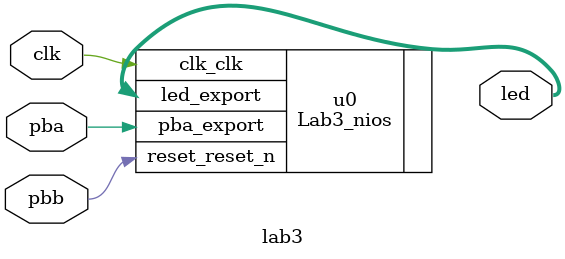
<source format=sv>
module lab3 (
  input  bit       clk,
  input  bit       pbb,
  input  bit       pba,
  output bit [7:0] led
);

  Lab3_nios u0 (
    .clk_clk      (clk),  //   clk.clk
    .reset_reset_n(pbb),  // reset.reset_n
    .led_export   (led),  //   led.export
    .pba_export   (pba)   //   pba.export
  );

endmodule

</source>
